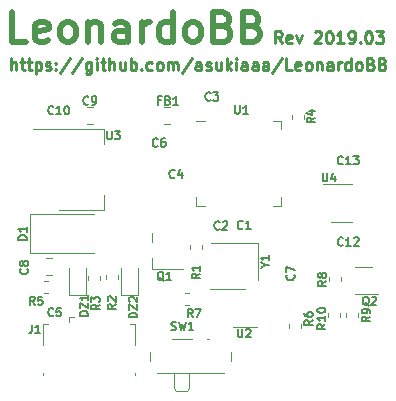
<source format=gto>
G04 #@! TF.GenerationSoftware,KiCad,Pcbnew,5.0.2-bee76a0~70~ubuntu18.04.1*
G04 #@! TF.CreationDate,2019-03-17T15:09:20+09:00*
G04 #@! TF.ProjectId,LeonardoBB,4c656f6e-6172-4646-9f42-422e6b696361,rev?*
G04 #@! TF.SameCoordinates,Original*
G04 #@! TF.FileFunction,Legend,Top*
G04 #@! TF.FilePolarity,Positive*
%FSLAX46Y46*%
G04 Gerber Fmt 4.6, Leading zero omitted, Abs format (unit mm)*
G04 Created by KiCad (PCBNEW 5.0.2-bee76a0~70~ubuntu18.04.1) date 2019年03月17日 15時09分20秒*
%MOMM*%
%LPD*%
G01*
G04 APERTURE LIST*
%ADD10C,0.250000*%
%ADD11C,0.500000*%
%ADD12C,0.120000*%
%ADD13C,0.150000*%
G04 APERTURE END LIST*
D10*
X128030676Y-100604580D02*
X128030676Y-99604580D01*
X128459247Y-100604580D02*
X128459247Y-100080771D01*
X128411628Y-99985533D01*
X128316390Y-99937914D01*
X128173533Y-99937914D01*
X128078295Y-99985533D01*
X128030676Y-100033152D01*
X128792580Y-99937914D02*
X129173533Y-99937914D01*
X128935438Y-99604580D02*
X128935438Y-100461723D01*
X128983057Y-100556961D01*
X129078295Y-100604580D01*
X129173533Y-100604580D01*
X129364009Y-99937914D02*
X129744961Y-99937914D01*
X129506866Y-99604580D02*
X129506866Y-100461723D01*
X129554485Y-100556961D01*
X129649723Y-100604580D01*
X129744961Y-100604580D01*
X130078295Y-99937914D02*
X130078295Y-100937914D01*
X130078295Y-99985533D02*
X130173533Y-99937914D01*
X130364009Y-99937914D01*
X130459247Y-99985533D01*
X130506866Y-100033152D01*
X130554485Y-100128390D01*
X130554485Y-100414104D01*
X130506866Y-100509342D01*
X130459247Y-100556961D01*
X130364009Y-100604580D01*
X130173533Y-100604580D01*
X130078295Y-100556961D01*
X130935438Y-100556961D02*
X131030676Y-100604580D01*
X131221152Y-100604580D01*
X131316390Y-100556961D01*
X131364009Y-100461723D01*
X131364009Y-100414104D01*
X131316390Y-100318866D01*
X131221152Y-100271247D01*
X131078295Y-100271247D01*
X130983057Y-100223628D01*
X130935438Y-100128390D01*
X130935438Y-100080771D01*
X130983057Y-99985533D01*
X131078295Y-99937914D01*
X131221152Y-99937914D01*
X131316390Y-99985533D01*
X131792580Y-100509342D02*
X131840200Y-100556961D01*
X131792580Y-100604580D01*
X131744961Y-100556961D01*
X131792580Y-100509342D01*
X131792580Y-100604580D01*
X131792580Y-99985533D02*
X131840200Y-100033152D01*
X131792580Y-100080771D01*
X131744961Y-100033152D01*
X131792580Y-99985533D01*
X131792580Y-100080771D01*
X132983057Y-99556961D02*
X132125914Y-100842676D01*
X134030676Y-99556961D02*
X133173533Y-100842676D01*
X134792580Y-99937914D02*
X134792580Y-100747438D01*
X134744961Y-100842676D01*
X134697342Y-100890295D01*
X134602104Y-100937914D01*
X134459247Y-100937914D01*
X134364009Y-100890295D01*
X134792580Y-100556961D02*
X134697342Y-100604580D01*
X134506866Y-100604580D01*
X134411628Y-100556961D01*
X134364009Y-100509342D01*
X134316390Y-100414104D01*
X134316390Y-100128390D01*
X134364009Y-100033152D01*
X134411628Y-99985533D01*
X134506866Y-99937914D01*
X134697342Y-99937914D01*
X134792580Y-99985533D01*
X135268771Y-100604580D02*
X135268771Y-99937914D01*
X135268771Y-99604580D02*
X135221152Y-99652200D01*
X135268771Y-99699819D01*
X135316390Y-99652200D01*
X135268771Y-99604580D01*
X135268771Y-99699819D01*
X135602104Y-99937914D02*
X135983057Y-99937914D01*
X135744961Y-99604580D02*
X135744961Y-100461723D01*
X135792580Y-100556961D01*
X135887819Y-100604580D01*
X135983057Y-100604580D01*
X136316390Y-100604580D02*
X136316390Y-99604580D01*
X136744961Y-100604580D02*
X136744961Y-100080771D01*
X136697342Y-99985533D01*
X136602104Y-99937914D01*
X136459247Y-99937914D01*
X136364009Y-99985533D01*
X136316390Y-100033152D01*
X137649723Y-99937914D02*
X137649723Y-100604580D01*
X137221152Y-99937914D02*
X137221152Y-100461723D01*
X137268771Y-100556961D01*
X137364009Y-100604580D01*
X137506866Y-100604580D01*
X137602104Y-100556961D01*
X137649723Y-100509342D01*
X138125914Y-100604580D02*
X138125914Y-99604580D01*
X138125914Y-99985533D02*
X138221152Y-99937914D01*
X138411628Y-99937914D01*
X138506866Y-99985533D01*
X138554485Y-100033152D01*
X138602104Y-100128390D01*
X138602104Y-100414104D01*
X138554485Y-100509342D01*
X138506866Y-100556961D01*
X138411628Y-100604580D01*
X138221152Y-100604580D01*
X138125914Y-100556961D01*
X139030676Y-100509342D02*
X139078295Y-100556961D01*
X139030676Y-100604580D01*
X138983057Y-100556961D01*
X139030676Y-100509342D01*
X139030676Y-100604580D01*
X139935438Y-100556961D02*
X139840200Y-100604580D01*
X139649723Y-100604580D01*
X139554485Y-100556961D01*
X139506866Y-100509342D01*
X139459247Y-100414104D01*
X139459247Y-100128390D01*
X139506866Y-100033152D01*
X139554485Y-99985533D01*
X139649723Y-99937914D01*
X139840200Y-99937914D01*
X139935438Y-99985533D01*
X140506866Y-100604580D02*
X140411628Y-100556961D01*
X140364009Y-100509342D01*
X140316390Y-100414104D01*
X140316390Y-100128390D01*
X140364009Y-100033152D01*
X140411628Y-99985533D01*
X140506866Y-99937914D01*
X140649723Y-99937914D01*
X140744961Y-99985533D01*
X140792580Y-100033152D01*
X140840200Y-100128390D01*
X140840200Y-100414104D01*
X140792580Y-100509342D01*
X140744961Y-100556961D01*
X140649723Y-100604580D01*
X140506866Y-100604580D01*
X141268771Y-100604580D02*
X141268771Y-99937914D01*
X141268771Y-100033152D02*
X141316390Y-99985533D01*
X141411628Y-99937914D01*
X141554485Y-99937914D01*
X141649723Y-99985533D01*
X141697342Y-100080771D01*
X141697342Y-100604580D01*
X141697342Y-100080771D02*
X141744961Y-99985533D01*
X141840200Y-99937914D01*
X141983057Y-99937914D01*
X142078295Y-99985533D01*
X142125914Y-100080771D01*
X142125914Y-100604580D01*
X143316390Y-99556961D02*
X142459247Y-100842676D01*
X144078295Y-100604580D02*
X144078295Y-100080771D01*
X144030676Y-99985533D01*
X143935438Y-99937914D01*
X143744961Y-99937914D01*
X143649723Y-99985533D01*
X144078295Y-100556961D02*
X143983057Y-100604580D01*
X143744961Y-100604580D01*
X143649723Y-100556961D01*
X143602104Y-100461723D01*
X143602104Y-100366485D01*
X143649723Y-100271247D01*
X143744961Y-100223628D01*
X143983057Y-100223628D01*
X144078295Y-100176009D01*
X144506866Y-100556961D02*
X144602104Y-100604580D01*
X144792580Y-100604580D01*
X144887819Y-100556961D01*
X144935438Y-100461723D01*
X144935438Y-100414104D01*
X144887819Y-100318866D01*
X144792580Y-100271247D01*
X144649723Y-100271247D01*
X144554485Y-100223628D01*
X144506866Y-100128390D01*
X144506866Y-100080771D01*
X144554485Y-99985533D01*
X144649723Y-99937914D01*
X144792580Y-99937914D01*
X144887819Y-99985533D01*
X145792580Y-99937914D02*
X145792580Y-100604580D01*
X145364009Y-99937914D02*
X145364009Y-100461723D01*
X145411628Y-100556961D01*
X145506866Y-100604580D01*
X145649723Y-100604580D01*
X145744961Y-100556961D01*
X145792580Y-100509342D01*
X146268771Y-100604580D02*
X146268771Y-99604580D01*
X146364009Y-100223628D02*
X146649723Y-100604580D01*
X146649723Y-99937914D02*
X146268771Y-100318866D01*
X147078295Y-100604580D02*
X147078295Y-99937914D01*
X147078295Y-99604580D02*
X147030676Y-99652200D01*
X147078295Y-99699819D01*
X147125914Y-99652200D01*
X147078295Y-99604580D01*
X147078295Y-99699819D01*
X147983057Y-100604580D02*
X147983057Y-100080771D01*
X147935438Y-99985533D01*
X147840200Y-99937914D01*
X147649723Y-99937914D01*
X147554485Y-99985533D01*
X147983057Y-100556961D02*
X147887819Y-100604580D01*
X147649723Y-100604580D01*
X147554485Y-100556961D01*
X147506866Y-100461723D01*
X147506866Y-100366485D01*
X147554485Y-100271247D01*
X147649723Y-100223628D01*
X147887819Y-100223628D01*
X147983057Y-100176009D01*
X148887819Y-100604580D02*
X148887819Y-100080771D01*
X148840200Y-99985533D01*
X148744961Y-99937914D01*
X148554485Y-99937914D01*
X148459247Y-99985533D01*
X148887819Y-100556961D02*
X148792580Y-100604580D01*
X148554485Y-100604580D01*
X148459247Y-100556961D01*
X148411628Y-100461723D01*
X148411628Y-100366485D01*
X148459247Y-100271247D01*
X148554485Y-100223628D01*
X148792580Y-100223628D01*
X148887819Y-100176009D01*
X149792580Y-100604580D02*
X149792580Y-100080771D01*
X149744961Y-99985533D01*
X149649723Y-99937914D01*
X149459247Y-99937914D01*
X149364009Y-99985533D01*
X149792580Y-100556961D02*
X149697342Y-100604580D01*
X149459247Y-100604580D01*
X149364009Y-100556961D01*
X149316390Y-100461723D01*
X149316390Y-100366485D01*
X149364009Y-100271247D01*
X149459247Y-100223628D01*
X149697342Y-100223628D01*
X149792580Y-100176009D01*
X150983057Y-99556961D02*
X150125914Y-100842676D01*
X151792580Y-100604580D02*
X151316390Y-100604580D01*
X151316390Y-99604580D01*
X152506866Y-100556961D02*
X152411628Y-100604580D01*
X152221152Y-100604580D01*
X152125914Y-100556961D01*
X152078295Y-100461723D01*
X152078295Y-100080771D01*
X152125914Y-99985533D01*
X152221152Y-99937914D01*
X152411628Y-99937914D01*
X152506866Y-99985533D01*
X152554485Y-100080771D01*
X152554485Y-100176009D01*
X152078295Y-100271247D01*
X153125914Y-100604580D02*
X153030676Y-100556961D01*
X152983057Y-100509342D01*
X152935438Y-100414104D01*
X152935438Y-100128390D01*
X152983057Y-100033152D01*
X153030676Y-99985533D01*
X153125914Y-99937914D01*
X153268771Y-99937914D01*
X153364009Y-99985533D01*
X153411628Y-100033152D01*
X153459247Y-100128390D01*
X153459247Y-100414104D01*
X153411628Y-100509342D01*
X153364009Y-100556961D01*
X153268771Y-100604580D01*
X153125914Y-100604580D01*
X153887819Y-99937914D02*
X153887819Y-100604580D01*
X153887819Y-100033152D02*
X153935438Y-99985533D01*
X154030676Y-99937914D01*
X154173533Y-99937914D01*
X154268771Y-99985533D01*
X154316390Y-100080771D01*
X154316390Y-100604580D01*
X155221152Y-100604580D02*
X155221152Y-100080771D01*
X155173533Y-99985533D01*
X155078295Y-99937914D01*
X154887819Y-99937914D01*
X154792580Y-99985533D01*
X155221152Y-100556961D02*
X155125914Y-100604580D01*
X154887819Y-100604580D01*
X154792580Y-100556961D01*
X154744961Y-100461723D01*
X154744961Y-100366485D01*
X154792580Y-100271247D01*
X154887819Y-100223628D01*
X155125914Y-100223628D01*
X155221152Y-100176009D01*
X155697342Y-100604580D02*
X155697342Y-99937914D01*
X155697342Y-100128390D02*
X155744961Y-100033152D01*
X155792580Y-99985533D01*
X155887819Y-99937914D01*
X155983057Y-99937914D01*
X156744961Y-100604580D02*
X156744961Y-99604580D01*
X156744961Y-100556961D02*
X156649723Y-100604580D01*
X156459247Y-100604580D01*
X156364009Y-100556961D01*
X156316390Y-100509342D01*
X156268771Y-100414104D01*
X156268771Y-100128390D01*
X156316390Y-100033152D01*
X156364009Y-99985533D01*
X156459247Y-99937914D01*
X156649723Y-99937914D01*
X156744961Y-99985533D01*
X157364009Y-100604580D02*
X157268771Y-100556961D01*
X157221152Y-100509342D01*
X157173533Y-100414104D01*
X157173533Y-100128390D01*
X157221152Y-100033152D01*
X157268771Y-99985533D01*
X157364009Y-99937914D01*
X157506866Y-99937914D01*
X157602104Y-99985533D01*
X157649723Y-100033152D01*
X157697342Y-100128390D01*
X157697342Y-100414104D01*
X157649723Y-100509342D01*
X157602104Y-100556961D01*
X157506866Y-100604580D01*
X157364009Y-100604580D01*
X158459247Y-100080771D02*
X158602104Y-100128390D01*
X158649723Y-100176009D01*
X158697342Y-100271247D01*
X158697342Y-100414104D01*
X158649723Y-100509342D01*
X158602104Y-100556961D01*
X158506866Y-100604580D01*
X158125914Y-100604580D01*
X158125914Y-99604580D01*
X158459247Y-99604580D01*
X158554485Y-99652200D01*
X158602104Y-99699819D01*
X158649723Y-99795057D01*
X158649723Y-99890295D01*
X158602104Y-99985533D01*
X158554485Y-100033152D01*
X158459247Y-100080771D01*
X158125914Y-100080771D01*
X159459247Y-100080771D02*
X159602104Y-100128390D01*
X159649723Y-100176009D01*
X159697342Y-100271247D01*
X159697342Y-100414104D01*
X159649723Y-100509342D01*
X159602104Y-100556961D01*
X159506866Y-100604580D01*
X159125914Y-100604580D01*
X159125914Y-99604580D01*
X159459247Y-99604580D01*
X159554485Y-99652200D01*
X159602104Y-99699819D01*
X159649723Y-99795057D01*
X159649723Y-99890295D01*
X159602104Y-99985533D01*
X159554485Y-100033152D01*
X159459247Y-100080771D01*
X159125914Y-100080771D01*
X150938409Y-98318580D02*
X150605076Y-97842390D01*
X150366980Y-98318580D02*
X150366980Y-97318580D01*
X150747933Y-97318580D01*
X150843171Y-97366200D01*
X150890790Y-97413819D01*
X150938409Y-97509057D01*
X150938409Y-97651914D01*
X150890790Y-97747152D01*
X150843171Y-97794771D01*
X150747933Y-97842390D01*
X150366980Y-97842390D01*
X151747933Y-98270961D02*
X151652695Y-98318580D01*
X151462219Y-98318580D01*
X151366980Y-98270961D01*
X151319361Y-98175723D01*
X151319361Y-97794771D01*
X151366980Y-97699533D01*
X151462219Y-97651914D01*
X151652695Y-97651914D01*
X151747933Y-97699533D01*
X151795552Y-97794771D01*
X151795552Y-97890009D01*
X151319361Y-97985247D01*
X152128885Y-97651914D02*
X152366980Y-98318580D01*
X152605076Y-97651914D01*
X153700314Y-97413819D02*
X153747933Y-97366200D01*
X153843171Y-97318580D01*
X154081266Y-97318580D01*
X154176504Y-97366200D01*
X154224123Y-97413819D01*
X154271742Y-97509057D01*
X154271742Y-97604295D01*
X154224123Y-97747152D01*
X153652695Y-98318580D01*
X154271742Y-98318580D01*
X154890790Y-97318580D02*
X154986028Y-97318580D01*
X155081266Y-97366200D01*
X155128885Y-97413819D01*
X155176504Y-97509057D01*
X155224123Y-97699533D01*
X155224123Y-97937628D01*
X155176504Y-98128104D01*
X155128885Y-98223342D01*
X155081266Y-98270961D01*
X154986028Y-98318580D01*
X154890790Y-98318580D01*
X154795552Y-98270961D01*
X154747933Y-98223342D01*
X154700314Y-98128104D01*
X154652695Y-97937628D01*
X154652695Y-97699533D01*
X154700314Y-97509057D01*
X154747933Y-97413819D01*
X154795552Y-97366200D01*
X154890790Y-97318580D01*
X156176504Y-98318580D02*
X155605076Y-98318580D01*
X155890790Y-98318580D02*
X155890790Y-97318580D01*
X155795552Y-97461438D01*
X155700314Y-97556676D01*
X155605076Y-97604295D01*
X156652695Y-98318580D02*
X156843171Y-98318580D01*
X156938409Y-98270961D01*
X156986028Y-98223342D01*
X157081266Y-98080485D01*
X157128885Y-97890009D01*
X157128885Y-97509057D01*
X157081266Y-97413819D01*
X157033647Y-97366200D01*
X156938409Y-97318580D01*
X156747933Y-97318580D01*
X156652695Y-97366200D01*
X156605076Y-97413819D01*
X156557457Y-97509057D01*
X156557457Y-97747152D01*
X156605076Y-97842390D01*
X156652695Y-97890009D01*
X156747933Y-97937628D01*
X156938409Y-97937628D01*
X157033647Y-97890009D01*
X157081266Y-97842390D01*
X157128885Y-97747152D01*
X157557457Y-98223342D02*
X157605076Y-98270961D01*
X157557457Y-98318580D01*
X157509838Y-98270961D01*
X157557457Y-98223342D01*
X157557457Y-98318580D01*
X158224123Y-97318580D02*
X158319361Y-97318580D01*
X158414600Y-97366200D01*
X158462219Y-97413819D01*
X158509838Y-97509057D01*
X158557457Y-97699533D01*
X158557457Y-97937628D01*
X158509838Y-98128104D01*
X158462219Y-98223342D01*
X158414600Y-98270961D01*
X158319361Y-98318580D01*
X158224123Y-98318580D01*
X158128885Y-98270961D01*
X158081266Y-98223342D01*
X158033647Y-98128104D01*
X157986028Y-97937628D01*
X157986028Y-97699533D01*
X158033647Y-97509057D01*
X158081266Y-97413819D01*
X158128885Y-97366200D01*
X158224123Y-97318580D01*
X158890790Y-97318580D02*
X159509838Y-97318580D01*
X159176504Y-97699533D01*
X159319361Y-97699533D01*
X159414600Y-97747152D01*
X159462219Y-97794771D01*
X159509838Y-97890009D01*
X159509838Y-98128104D01*
X159462219Y-98223342D01*
X159414600Y-98270961D01*
X159319361Y-98318580D01*
X159033647Y-98318580D01*
X158938409Y-98270961D01*
X158890790Y-98223342D01*
D11*
X129305409Y-98209752D02*
X128114933Y-98209752D01*
X128114933Y-95709752D01*
X131091123Y-98090704D02*
X130853028Y-98209752D01*
X130376838Y-98209752D01*
X130138742Y-98090704D01*
X130019695Y-97852609D01*
X130019695Y-96900228D01*
X130138742Y-96662133D01*
X130376838Y-96543085D01*
X130853028Y-96543085D01*
X131091123Y-96662133D01*
X131210171Y-96900228D01*
X131210171Y-97138323D01*
X130019695Y-97376419D01*
X132638742Y-98209752D02*
X132400647Y-98090704D01*
X132281600Y-97971657D01*
X132162552Y-97733561D01*
X132162552Y-97019276D01*
X132281600Y-96781180D01*
X132400647Y-96662133D01*
X132638742Y-96543085D01*
X132995885Y-96543085D01*
X133233980Y-96662133D01*
X133353028Y-96781180D01*
X133472076Y-97019276D01*
X133472076Y-97733561D01*
X133353028Y-97971657D01*
X133233980Y-98090704D01*
X132995885Y-98209752D01*
X132638742Y-98209752D01*
X134543504Y-96543085D02*
X134543504Y-98209752D01*
X134543504Y-96781180D02*
X134662552Y-96662133D01*
X134900647Y-96543085D01*
X135257790Y-96543085D01*
X135495885Y-96662133D01*
X135614933Y-96900228D01*
X135614933Y-98209752D01*
X137876838Y-98209752D02*
X137876838Y-96900228D01*
X137757790Y-96662133D01*
X137519695Y-96543085D01*
X137043504Y-96543085D01*
X136805409Y-96662133D01*
X137876838Y-98090704D02*
X137638742Y-98209752D01*
X137043504Y-98209752D01*
X136805409Y-98090704D01*
X136686361Y-97852609D01*
X136686361Y-97614514D01*
X136805409Y-97376419D01*
X137043504Y-97257371D01*
X137638742Y-97257371D01*
X137876838Y-97138323D01*
X139067314Y-98209752D02*
X139067314Y-96543085D01*
X139067314Y-97019276D02*
X139186361Y-96781180D01*
X139305409Y-96662133D01*
X139543504Y-96543085D01*
X139781600Y-96543085D01*
X141686361Y-98209752D02*
X141686361Y-95709752D01*
X141686361Y-98090704D02*
X141448266Y-98209752D01*
X140972076Y-98209752D01*
X140733980Y-98090704D01*
X140614933Y-97971657D01*
X140495885Y-97733561D01*
X140495885Y-97019276D01*
X140614933Y-96781180D01*
X140733980Y-96662133D01*
X140972076Y-96543085D01*
X141448266Y-96543085D01*
X141686361Y-96662133D01*
X143233980Y-98209752D02*
X142995885Y-98090704D01*
X142876838Y-97971657D01*
X142757790Y-97733561D01*
X142757790Y-97019276D01*
X142876838Y-96781180D01*
X142995885Y-96662133D01*
X143233980Y-96543085D01*
X143591123Y-96543085D01*
X143829219Y-96662133D01*
X143948266Y-96781180D01*
X144067314Y-97019276D01*
X144067314Y-97733561D01*
X143948266Y-97971657D01*
X143829219Y-98090704D01*
X143591123Y-98209752D01*
X143233980Y-98209752D01*
X145972076Y-96900228D02*
X146329219Y-97019276D01*
X146448266Y-97138323D01*
X146567314Y-97376419D01*
X146567314Y-97733561D01*
X146448266Y-97971657D01*
X146329219Y-98090704D01*
X146091123Y-98209752D01*
X145138742Y-98209752D01*
X145138742Y-95709752D01*
X145972076Y-95709752D01*
X146210171Y-95828800D01*
X146329219Y-95947847D01*
X146448266Y-96185942D01*
X146448266Y-96424038D01*
X146329219Y-96662133D01*
X146210171Y-96781180D01*
X145972076Y-96900228D01*
X145138742Y-96900228D01*
X148472076Y-96900228D02*
X148829219Y-97019276D01*
X148948266Y-97138323D01*
X149067314Y-97376419D01*
X149067314Y-97733561D01*
X148948266Y-97971657D01*
X148829219Y-98090704D01*
X148591123Y-98209752D01*
X147638742Y-98209752D01*
X147638742Y-95709752D01*
X148472076Y-95709752D01*
X148710171Y-95828800D01*
X148829219Y-95947847D01*
X148948266Y-96185942D01*
X148948266Y-96424038D01*
X148829219Y-96662133D01*
X148710171Y-96781180D01*
X148472076Y-96900228D01*
X147638742Y-96900228D01*
D12*
G04 #@! TO.C,C9*
X134439422Y-103748000D02*
X134956578Y-103748000D01*
X134439422Y-105168000D02*
X134956578Y-105168000D01*
G04 #@! TO.C,C8*
X130947422Y-117931000D02*
X131464578Y-117931000D01*
X130947422Y-116511000D02*
X131464578Y-116511000D01*
G04 #@! TO.C,D1*
X129632000Y-112777000D02*
X129632000Y-116077000D01*
X129632000Y-116077000D02*
X135032000Y-116077000D01*
X129632000Y-112777000D02*
X135032000Y-112777000D01*
G04 #@! TO.C,DZ1*
X132869000Y-117374000D02*
X132869000Y-119659000D01*
X132869000Y-119659000D02*
X134339000Y-119659000D01*
X134339000Y-119659000D02*
X134339000Y-117374000D01*
G04 #@! TO.C,DZ2*
X138784000Y-119621000D02*
X138784000Y-117336000D01*
X137314000Y-119621000D02*
X138784000Y-119621000D01*
X137314000Y-117336000D02*
X137314000Y-119621000D01*
G04 #@! TO.C,FB1*
X141497578Y-103748000D02*
X140980422Y-103748000D01*
X141497578Y-105168000D02*
X140980422Y-105168000D01*
G04 #@! TO.C,Q1*
X139972000Y-117426000D02*
X139972000Y-116476000D01*
X142572000Y-117426000D02*
X139972000Y-117426000D01*
X139972000Y-115176000D02*
X139972000Y-114376000D01*
G04 #@! TO.C,Q2*
X157161000Y-119588000D02*
X159061000Y-119588000D01*
X158561000Y-117268000D02*
X157161000Y-117268000D01*
G04 #@! TO.C,R1*
X144147000Y-115770779D02*
X144147000Y-115445221D01*
X143127000Y-115770779D02*
X143127000Y-115445221D01*
G04 #@! TO.C,R2*
X136078000Y-117985221D02*
X136078000Y-118310779D01*
X137098000Y-117985221D02*
X137098000Y-118310779D01*
G04 #@! TO.C,R3*
X135574000Y-118336779D02*
X135574000Y-118011221D01*
X134554000Y-118336779D02*
X134554000Y-118011221D01*
G04 #@! TO.C,R4*
X151763000Y-104772779D02*
X151763000Y-104447221D01*
X152783000Y-104772779D02*
X152783000Y-104447221D01*
G04 #@! TO.C,R5*
X130799221Y-118426000D02*
X131124779Y-118426000D01*
X130799221Y-119446000D02*
X131124779Y-119446000D01*
G04 #@! TO.C,R6*
X151509000Y-122100221D02*
X151509000Y-122425779D01*
X152529000Y-122100221D02*
X152529000Y-122425779D01*
G04 #@! TO.C,R7*
X143063079Y-120499600D02*
X142737521Y-120499600D01*
X143063079Y-119479600D02*
X142737521Y-119479600D01*
G04 #@! TO.C,R8*
X154938000Y-118488779D02*
X154938000Y-118163221D01*
X155958000Y-118488779D02*
X155958000Y-118163221D01*
G04 #@! TO.C,R9*
X156335000Y-121510779D02*
X156335000Y-121185221D01*
X157355000Y-121510779D02*
X157355000Y-121185221D01*
G04 #@! TO.C,R10*
X155831000Y-121536779D02*
X155831000Y-121211221D01*
X154811000Y-121536779D02*
X154811000Y-121211221D01*
G04 #@! TO.C,SW1*
X144592000Y-123404000D02*
X144792000Y-123404000D01*
X141792000Y-127544000D02*
X141992000Y-127754000D01*
X143092000Y-127544000D02*
X142892000Y-127754000D01*
X141792000Y-126254000D02*
X141792000Y-127544000D01*
X141992000Y-127754000D02*
X142892000Y-127754000D01*
X143092000Y-127544000D02*
X143092000Y-126254000D01*
X140342000Y-126254000D02*
X146042000Y-126254000D01*
X141592000Y-123404000D02*
X143292000Y-123404000D01*
X139742000Y-124454000D02*
X139742000Y-125244000D01*
X146642000Y-125244000D02*
X146642000Y-124454000D01*
G04 #@! TO.C,U1*
X150171000Y-104876000D02*
X150896000Y-104876000D01*
X150896000Y-104876000D02*
X150896000Y-105601000D01*
X144401000Y-112096000D02*
X143676000Y-112096000D01*
X143676000Y-112096000D02*
X143676000Y-111371000D01*
X150171000Y-112096000D02*
X150896000Y-112096000D01*
X150896000Y-112096000D02*
X150896000Y-111371000D01*
X144401000Y-104876000D02*
X143676000Y-104876000D01*
G04 #@! TO.C,U3*
X135832000Y-112440000D02*
X135832000Y-111180000D01*
X135832000Y-105620000D02*
X135832000Y-106880000D01*
X132072000Y-112440000D02*
X135832000Y-112440000D01*
X129822000Y-105620000D02*
X135832000Y-105620000D01*
G04 #@! TO.C,U4*
X155056000Y-113434000D02*
X156856000Y-113434000D01*
X156856000Y-110214000D02*
X154406000Y-110214000D01*
G04 #@! TO.C,Y1*
X148896000Y-118377000D02*
X148896000Y-115227000D01*
X148896000Y-115227000D02*
X144896000Y-115227000D01*
G04 #@! TO.C,J1*
X130720000Y-122062500D02*
X131170000Y-122062500D01*
X130720000Y-123912500D02*
X130720000Y-122062500D01*
X138520000Y-126462500D02*
X138520000Y-126212500D01*
X130720000Y-126462500D02*
X130720000Y-126212500D01*
X138520000Y-123912500D02*
X138520000Y-122062500D01*
X138520000Y-122062500D02*
X138070000Y-122062500D01*
X132920000Y-121512500D02*
X133370000Y-121512500D01*
X132920000Y-121512500D02*
X132920000Y-121962500D01*
G04 #@! TO.C,U2*
X148828000Y-122346200D02*
X146828000Y-122346200D01*
X147828000Y-119106200D02*
X144828000Y-119106200D01*
G04 #@! TO.C,C9*
D13*
X134554133Y-103475600D02*
X134520800Y-103508933D01*
X134420800Y-103542266D01*
X134354133Y-103542266D01*
X134254133Y-103508933D01*
X134187466Y-103442266D01*
X134154133Y-103375600D01*
X134120800Y-103242266D01*
X134120800Y-103142266D01*
X134154133Y-103008933D01*
X134187466Y-102942266D01*
X134254133Y-102875600D01*
X134354133Y-102842266D01*
X134420800Y-102842266D01*
X134520800Y-102875600D01*
X134554133Y-102908933D01*
X134887466Y-103542266D02*
X135020800Y-103542266D01*
X135087466Y-103508933D01*
X135120800Y-103475600D01*
X135187466Y-103375600D01*
X135220800Y-103242266D01*
X135220800Y-102975600D01*
X135187466Y-102908933D01*
X135154133Y-102875600D01*
X135087466Y-102842266D01*
X134954133Y-102842266D01*
X134887466Y-102875600D01*
X134854133Y-102908933D01*
X134820800Y-102975600D01*
X134820800Y-103142266D01*
X134854133Y-103208933D01*
X134887466Y-103242266D01*
X134954133Y-103275600D01*
X135087466Y-103275600D01*
X135154133Y-103242266D01*
X135187466Y-103208933D01*
X135220800Y-103142266D01*
G04 #@! TO.C,C1*
X147609733Y-113991200D02*
X147576400Y-114024533D01*
X147476400Y-114057866D01*
X147409733Y-114057866D01*
X147309733Y-114024533D01*
X147243066Y-113957866D01*
X147209733Y-113891200D01*
X147176400Y-113757866D01*
X147176400Y-113657866D01*
X147209733Y-113524533D01*
X147243066Y-113457866D01*
X147309733Y-113391200D01*
X147409733Y-113357866D01*
X147476400Y-113357866D01*
X147576400Y-113391200D01*
X147609733Y-113424533D01*
X148276400Y-114057866D02*
X147876400Y-114057866D01*
X148076400Y-114057866D02*
X148076400Y-113357866D01*
X148009733Y-113457866D01*
X147943066Y-113524533D01*
X147876400Y-113557866D01*
G04 #@! TO.C,C2*
X145653933Y-114042000D02*
X145620600Y-114075333D01*
X145520600Y-114108666D01*
X145453933Y-114108666D01*
X145353933Y-114075333D01*
X145287266Y-114008666D01*
X145253933Y-113942000D01*
X145220600Y-113808666D01*
X145220600Y-113708666D01*
X145253933Y-113575333D01*
X145287266Y-113508666D01*
X145353933Y-113442000D01*
X145453933Y-113408666D01*
X145520600Y-113408666D01*
X145620600Y-113442000D01*
X145653933Y-113475333D01*
X145920600Y-113475333D02*
X145953933Y-113442000D01*
X146020600Y-113408666D01*
X146187266Y-113408666D01*
X146253933Y-113442000D01*
X146287266Y-113475333D01*
X146320600Y-113542000D01*
X146320600Y-113608666D01*
X146287266Y-113708666D01*
X145887266Y-114108666D01*
X146320600Y-114108666D01*
G04 #@! TO.C,C3*
X144891933Y-103120000D02*
X144858600Y-103153333D01*
X144758600Y-103186666D01*
X144691933Y-103186666D01*
X144591933Y-103153333D01*
X144525266Y-103086666D01*
X144491933Y-103020000D01*
X144458600Y-102886666D01*
X144458600Y-102786666D01*
X144491933Y-102653333D01*
X144525266Y-102586666D01*
X144591933Y-102520000D01*
X144691933Y-102486666D01*
X144758600Y-102486666D01*
X144858600Y-102520000D01*
X144891933Y-102553333D01*
X145125266Y-102486666D02*
X145558600Y-102486666D01*
X145325266Y-102753333D01*
X145425266Y-102753333D01*
X145491933Y-102786666D01*
X145525266Y-102820000D01*
X145558600Y-102886666D01*
X145558600Y-103053333D01*
X145525266Y-103120000D01*
X145491933Y-103153333D01*
X145425266Y-103186666D01*
X145225266Y-103186666D01*
X145158600Y-103153333D01*
X145125266Y-103120000D01*
G04 #@! TO.C,C4*
X141846333Y-109673200D02*
X141813000Y-109706533D01*
X141713000Y-109739866D01*
X141646333Y-109739866D01*
X141546333Y-109706533D01*
X141479666Y-109639866D01*
X141446333Y-109573200D01*
X141413000Y-109439866D01*
X141413000Y-109339866D01*
X141446333Y-109206533D01*
X141479666Y-109139866D01*
X141546333Y-109073200D01*
X141646333Y-109039866D01*
X141713000Y-109039866D01*
X141813000Y-109073200D01*
X141846333Y-109106533D01*
X142446333Y-109273200D02*
X142446333Y-109739866D01*
X142279666Y-109006533D02*
X142113000Y-109506533D01*
X142546333Y-109506533D01*
G04 #@! TO.C,C5*
X131582333Y-121382600D02*
X131549000Y-121415933D01*
X131449000Y-121449266D01*
X131382333Y-121449266D01*
X131282333Y-121415933D01*
X131215666Y-121349266D01*
X131182333Y-121282600D01*
X131149000Y-121149266D01*
X131149000Y-121049266D01*
X131182333Y-120915933D01*
X131215666Y-120849266D01*
X131282333Y-120782600D01*
X131382333Y-120749266D01*
X131449000Y-120749266D01*
X131549000Y-120782600D01*
X131582333Y-120815933D01*
X132215666Y-120749266D02*
X131882333Y-120749266D01*
X131849000Y-121082600D01*
X131882333Y-121049266D01*
X131949000Y-121015933D01*
X132115666Y-121015933D01*
X132182333Y-121049266D01*
X132215666Y-121082600D01*
X132249000Y-121149266D01*
X132249000Y-121315933D01*
X132215666Y-121382600D01*
X132182333Y-121415933D01*
X132115666Y-121449266D01*
X131949000Y-121449266D01*
X131882333Y-121415933D01*
X131849000Y-121382600D01*
G04 #@! TO.C,C6*
X140421533Y-107031600D02*
X140388200Y-107064933D01*
X140288200Y-107098266D01*
X140221533Y-107098266D01*
X140121533Y-107064933D01*
X140054866Y-106998266D01*
X140021533Y-106931600D01*
X139988200Y-106798266D01*
X139988200Y-106698266D01*
X140021533Y-106564933D01*
X140054866Y-106498266D01*
X140121533Y-106431600D01*
X140221533Y-106398266D01*
X140288200Y-106398266D01*
X140388200Y-106431600D01*
X140421533Y-106464933D01*
X141021533Y-106398266D02*
X140888200Y-106398266D01*
X140821533Y-106431600D01*
X140788200Y-106464933D01*
X140721533Y-106564933D01*
X140688200Y-106698266D01*
X140688200Y-106964933D01*
X140721533Y-107031600D01*
X140754866Y-107064933D01*
X140821533Y-107098266D01*
X140954866Y-107098266D01*
X141021533Y-107064933D01*
X141054866Y-107031600D01*
X141088200Y-106964933D01*
X141088200Y-106798266D01*
X141054866Y-106731600D01*
X141021533Y-106698266D01*
X140954866Y-106664933D01*
X140821533Y-106664933D01*
X140754866Y-106698266D01*
X140721533Y-106731600D01*
X140688200Y-106798266D01*
G04 #@! TO.C,C7*
X151938800Y-117947266D02*
X151972133Y-117980600D01*
X152005466Y-118080600D01*
X152005466Y-118147266D01*
X151972133Y-118247266D01*
X151905466Y-118313933D01*
X151838800Y-118347266D01*
X151705466Y-118380600D01*
X151605466Y-118380600D01*
X151472133Y-118347266D01*
X151405466Y-118313933D01*
X151338800Y-118247266D01*
X151305466Y-118147266D01*
X151305466Y-118080600D01*
X151338800Y-117980600D01*
X151372133Y-117947266D01*
X151305466Y-117713933D02*
X151305466Y-117247266D01*
X152005466Y-117547266D01*
G04 #@! TO.C,C8*
X129383600Y-117439266D02*
X129416933Y-117472600D01*
X129450266Y-117572600D01*
X129450266Y-117639266D01*
X129416933Y-117739266D01*
X129350266Y-117805933D01*
X129283600Y-117839266D01*
X129150266Y-117872600D01*
X129050266Y-117872600D01*
X128916933Y-117839266D01*
X128850266Y-117805933D01*
X128783600Y-117739266D01*
X128750266Y-117639266D01*
X128750266Y-117572600D01*
X128783600Y-117472600D01*
X128816933Y-117439266D01*
X129050266Y-117039266D02*
X129016933Y-117105933D01*
X128983600Y-117139266D01*
X128916933Y-117172600D01*
X128883600Y-117172600D01*
X128816933Y-117139266D01*
X128783600Y-117105933D01*
X128750266Y-117039266D01*
X128750266Y-116905933D01*
X128783600Y-116839266D01*
X128816933Y-116805933D01*
X128883600Y-116772600D01*
X128916933Y-116772600D01*
X128983600Y-116805933D01*
X129016933Y-116839266D01*
X129050266Y-116905933D01*
X129050266Y-117039266D01*
X129083600Y-117105933D01*
X129116933Y-117139266D01*
X129183600Y-117172600D01*
X129316933Y-117172600D01*
X129383600Y-117139266D01*
X129416933Y-117105933D01*
X129450266Y-117039266D01*
X129450266Y-116905933D01*
X129416933Y-116839266D01*
X129383600Y-116805933D01*
X129316933Y-116772600D01*
X129183600Y-116772600D01*
X129116933Y-116805933D01*
X129083600Y-116839266D01*
X129050266Y-116905933D01*
G04 #@! TO.C,C10*
X131579200Y-104288400D02*
X131545866Y-104321733D01*
X131445866Y-104355066D01*
X131379200Y-104355066D01*
X131279200Y-104321733D01*
X131212533Y-104255066D01*
X131179200Y-104188400D01*
X131145866Y-104055066D01*
X131145866Y-103955066D01*
X131179200Y-103821733D01*
X131212533Y-103755066D01*
X131279200Y-103688400D01*
X131379200Y-103655066D01*
X131445866Y-103655066D01*
X131545866Y-103688400D01*
X131579200Y-103721733D01*
X132245866Y-104355066D02*
X131845866Y-104355066D01*
X132045866Y-104355066D02*
X132045866Y-103655066D01*
X131979200Y-103755066D01*
X131912533Y-103821733D01*
X131845866Y-103855066D01*
X132679200Y-103655066D02*
X132745866Y-103655066D01*
X132812533Y-103688400D01*
X132845866Y-103721733D01*
X132879200Y-103788400D01*
X132912533Y-103921733D01*
X132912533Y-104088400D01*
X132879200Y-104221733D01*
X132845866Y-104288400D01*
X132812533Y-104321733D01*
X132745866Y-104355066D01*
X132679200Y-104355066D01*
X132612533Y-104321733D01*
X132579200Y-104288400D01*
X132545866Y-104221733D01*
X132512533Y-104088400D01*
X132512533Y-103921733D01*
X132545866Y-103788400D01*
X132579200Y-103721733D01*
X132612533Y-103688400D01*
X132679200Y-103655066D01*
G04 #@! TO.C,C12*
X156100000Y-115413600D02*
X156066666Y-115446933D01*
X155966666Y-115480266D01*
X155900000Y-115480266D01*
X155800000Y-115446933D01*
X155733333Y-115380266D01*
X155700000Y-115313600D01*
X155666666Y-115180266D01*
X155666666Y-115080266D01*
X155700000Y-114946933D01*
X155733333Y-114880266D01*
X155800000Y-114813600D01*
X155900000Y-114780266D01*
X155966666Y-114780266D01*
X156066666Y-114813600D01*
X156100000Y-114846933D01*
X156766666Y-115480266D02*
X156366666Y-115480266D01*
X156566666Y-115480266D02*
X156566666Y-114780266D01*
X156500000Y-114880266D01*
X156433333Y-114946933D01*
X156366666Y-114980266D01*
X157033333Y-114846933D02*
X157066666Y-114813600D01*
X157133333Y-114780266D01*
X157300000Y-114780266D01*
X157366666Y-114813600D01*
X157400000Y-114846933D01*
X157433333Y-114913600D01*
X157433333Y-114980266D01*
X157400000Y-115080266D01*
X157000000Y-115480266D01*
X157433333Y-115480266D01*
G04 #@! TO.C,C13*
X156090200Y-108530200D02*
X156056866Y-108563533D01*
X155956866Y-108596866D01*
X155890200Y-108596866D01*
X155790200Y-108563533D01*
X155723533Y-108496866D01*
X155690200Y-108430200D01*
X155656866Y-108296866D01*
X155656866Y-108196866D01*
X155690200Y-108063533D01*
X155723533Y-107996866D01*
X155790200Y-107930200D01*
X155890200Y-107896866D01*
X155956866Y-107896866D01*
X156056866Y-107930200D01*
X156090200Y-107963533D01*
X156756866Y-108596866D02*
X156356866Y-108596866D01*
X156556866Y-108596866D02*
X156556866Y-107896866D01*
X156490200Y-107996866D01*
X156423533Y-108063533D01*
X156356866Y-108096866D01*
X156990200Y-107896866D02*
X157423533Y-107896866D01*
X157190200Y-108163533D01*
X157290200Y-108163533D01*
X157356866Y-108196866D01*
X157390200Y-108230200D01*
X157423533Y-108296866D01*
X157423533Y-108463533D01*
X157390200Y-108530200D01*
X157356866Y-108563533D01*
X157290200Y-108596866D01*
X157090200Y-108596866D01*
X157023533Y-108563533D01*
X156990200Y-108530200D01*
G04 #@! TO.C,D1*
X129323266Y-114969066D02*
X128623266Y-114969066D01*
X128623266Y-114802400D01*
X128656600Y-114702400D01*
X128723266Y-114635733D01*
X128789933Y-114602400D01*
X128923266Y-114569066D01*
X129023266Y-114569066D01*
X129156600Y-114602400D01*
X129223266Y-114635733D01*
X129289933Y-114702400D01*
X129323266Y-114802400D01*
X129323266Y-114969066D01*
X129323266Y-113902400D02*
X129323266Y-114302400D01*
X129323266Y-114102400D02*
X128623266Y-114102400D01*
X128723266Y-114169066D01*
X128789933Y-114235733D01*
X128823266Y-114302400D01*
G04 #@! TO.C,DZ1*
X134504866Y-121398400D02*
X133804866Y-121398400D01*
X133804866Y-121231733D01*
X133838200Y-121131733D01*
X133904866Y-121065066D01*
X133971533Y-121031733D01*
X134104866Y-120998400D01*
X134204866Y-120998400D01*
X134338200Y-121031733D01*
X134404866Y-121065066D01*
X134471533Y-121131733D01*
X134504866Y-121231733D01*
X134504866Y-121398400D01*
X133804866Y-120765066D02*
X133804866Y-120298400D01*
X134504866Y-120765066D01*
X134504866Y-120298400D01*
X134504866Y-119665066D02*
X134504866Y-120065066D01*
X134504866Y-119865066D02*
X133804866Y-119865066D01*
X133904866Y-119931733D01*
X133971533Y-119998400D01*
X134004866Y-120065066D01*
G04 #@! TO.C,DZ2*
X138695866Y-121550800D02*
X137995866Y-121550800D01*
X137995866Y-121384133D01*
X138029200Y-121284133D01*
X138095866Y-121217466D01*
X138162533Y-121184133D01*
X138295866Y-121150800D01*
X138395866Y-121150800D01*
X138529200Y-121184133D01*
X138595866Y-121217466D01*
X138662533Y-121284133D01*
X138695866Y-121384133D01*
X138695866Y-121550800D01*
X137995866Y-120917466D02*
X137995866Y-120450800D01*
X138695866Y-120917466D01*
X138695866Y-120450800D01*
X138062533Y-120217466D02*
X138029200Y-120184133D01*
X137995866Y-120117466D01*
X137995866Y-119950800D01*
X138029200Y-119884133D01*
X138062533Y-119850800D01*
X138129200Y-119817466D01*
X138195866Y-119817466D01*
X138295866Y-119850800D01*
X138695866Y-120250800D01*
X138695866Y-119817466D01*
G04 #@! TO.C,FB1*
X140691466Y-103175600D02*
X140458133Y-103175600D01*
X140458133Y-103542266D02*
X140458133Y-102842266D01*
X140791466Y-102842266D01*
X141291466Y-103175600D02*
X141391466Y-103208933D01*
X141424800Y-103242266D01*
X141458133Y-103308933D01*
X141458133Y-103408933D01*
X141424800Y-103475600D01*
X141391466Y-103508933D01*
X141324800Y-103542266D01*
X141058133Y-103542266D01*
X141058133Y-102842266D01*
X141291466Y-102842266D01*
X141358133Y-102875600D01*
X141391466Y-102908933D01*
X141424800Y-102975600D01*
X141424800Y-103042266D01*
X141391466Y-103108933D01*
X141358133Y-103142266D01*
X141291466Y-103175600D01*
X141058133Y-103175600D01*
X142124800Y-103542266D02*
X141724800Y-103542266D01*
X141924800Y-103542266D02*
X141924800Y-102842266D01*
X141858133Y-102942266D01*
X141791466Y-103008933D01*
X141724800Y-103042266D01*
G04 #@! TO.C,Q1*
X140928733Y-118442533D02*
X140862066Y-118409200D01*
X140795400Y-118342533D01*
X140695400Y-118242533D01*
X140628733Y-118209200D01*
X140562066Y-118209200D01*
X140595400Y-118375866D02*
X140528733Y-118342533D01*
X140462066Y-118275866D01*
X140428733Y-118142533D01*
X140428733Y-117909200D01*
X140462066Y-117775866D01*
X140528733Y-117709200D01*
X140595400Y-117675866D01*
X140728733Y-117675866D01*
X140795400Y-117709200D01*
X140862066Y-117775866D01*
X140895400Y-117909200D01*
X140895400Y-118142533D01*
X140862066Y-118275866D01*
X140795400Y-118342533D01*
X140728733Y-118375866D01*
X140595400Y-118375866D01*
X141562066Y-118375866D02*
X141162066Y-118375866D01*
X141362066Y-118375866D02*
X141362066Y-117675866D01*
X141295400Y-117775866D01*
X141228733Y-117842533D01*
X141162066Y-117875866D01*
G04 #@! TO.C,Q2*
X158302333Y-120550733D02*
X158235666Y-120517400D01*
X158169000Y-120450733D01*
X158069000Y-120350733D01*
X158002333Y-120317400D01*
X157935666Y-120317400D01*
X157969000Y-120484066D02*
X157902333Y-120450733D01*
X157835666Y-120384066D01*
X157802333Y-120250733D01*
X157802333Y-120017400D01*
X157835666Y-119884066D01*
X157902333Y-119817400D01*
X157969000Y-119784066D01*
X158102333Y-119784066D01*
X158169000Y-119817400D01*
X158235666Y-119884066D01*
X158269000Y-120017400D01*
X158269000Y-120250733D01*
X158235666Y-120384066D01*
X158169000Y-120450733D01*
X158102333Y-120484066D01*
X157969000Y-120484066D01*
X158535666Y-119850733D02*
X158569000Y-119817400D01*
X158635666Y-119784066D01*
X158802333Y-119784066D01*
X158869000Y-119817400D01*
X158902333Y-119850733D01*
X158935666Y-119917400D01*
X158935666Y-119984066D01*
X158902333Y-120084066D01*
X158502333Y-120484066D01*
X158935666Y-120484066D01*
G04 #@! TO.C,R1*
X143979066Y-117845666D02*
X143645733Y-118079000D01*
X143979066Y-118245666D02*
X143279066Y-118245666D01*
X143279066Y-117979000D01*
X143312400Y-117912333D01*
X143345733Y-117879000D01*
X143412400Y-117845666D01*
X143512400Y-117845666D01*
X143579066Y-117879000D01*
X143612400Y-117912333D01*
X143645733Y-117979000D01*
X143645733Y-118245666D01*
X143979066Y-117179000D02*
X143979066Y-117579000D01*
X143979066Y-117379000D02*
X143279066Y-117379000D01*
X143379066Y-117445666D01*
X143445733Y-117512333D01*
X143479066Y-117579000D01*
G04 #@! TO.C,R2*
X136867066Y-120436466D02*
X136533733Y-120669800D01*
X136867066Y-120836466D02*
X136167066Y-120836466D01*
X136167066Y-120569800D01*
X136200400Y-120503133D01*
X136233733Y-120469800D01*
X136300400Y-120436466D01*
X136400400Y-120436466D01*
X136467066Y-120469800D01*
X136500400Y-120503133D01*
X136533733Y-120569800D01*
X136533733Y-120836466D01*
X136233733Y-120169800D02*
X136200400Y-120136466D01*
X136167066Y-120069800D01*
X136167066Y-119903133D01*
X136200400Y-119836466D01*
X136233733Y-119803133D01*
X136300400Y-119769800D01*
X136367066Y-119769800D01*
X136467066Y-119803133D01*
X136867066Y-120203133D01*
X136867066Y-119769800D01*
G04 #@! TO.C,R3*
X135495466Y-120461866D02*
X135162133Y-120695200D01*
X135495466Y-120861866D02*
X134795466Y-120861866D01*
X134795466Y-120595200D01*
X134828800Y-120528533D01*
X134862133Y-120495200D01*
X134928800Y-120461866D01*
X135028800Y-120461866D01*
X135095466Y-120495200D01*
X135128800Y-120528533D01*
X135162133Y-120595200D01*
X135162133Y-120861866D01*
X134795466Y-120228533D02*
X134795466Y-119795200D01*
X135062133Y-120028533D01*
X135062133Y-119928533D01*
X135095466Y-119861866D01*
X135128800Y-119828533D01*
X135195466Y-119795200D01*
X135362133Y-119795200D01*
X135428800Y-119828533D01*
X135462133Y-119861866D01*
X135495466Y-119928533D01*
X135495466Y-120128533D01*
X135462133Y-120195200D01*
X135428800Y-120228533D01*
G04 #@! TO.C,R4*
X153732666Y-104637666D02*
X153399333Y-104871000D01*
X153732666Y-105037666D02*
X153032666Y-105037666D01*
X153032666Y-104771000D01*
X153066000Y-104704333D01*
X153099333Y-104671000D01*
X153166000Y-104637666D01*
X153266000Y-104637666D01*
X153332666Y-104671000D01*
X153366000Y-104704333D01*
X153399333Y-104771000D01*
X153399333Y-105037666D01*
X153266000Y-104037666D02*
X153732666Y-104037666D01*
X152999333Y-104204333D02*
X153499333Y-104371000D01*
X153499333Y-103937666D01*
G04 #@! TO.C,R5*
X130007533Y-120484066D02*
X129774200Y-120150733D01*
X129607533Y-120484066D02*
X129607533Y-119784066D01*
X129874200Y-119784066D01*
X129940866Y-119817400D01*
X129974200Y-119850733D01*
X130007533Y-119917400D01*
X130007533Y-120017400D01*
X129974200Y-120084066D01*
X129940866Y-120117400D01*
X129874200Y-120150733D01*
X129607533Y-120150733D01*
X130640866Y-119784066D02*
X130307533Y-119784066D01*
X130274200Y-120117400D01*
X130307533Y-120084066D01*
X130374200Y-120050733D01*
X130540866Y-120050733D01*
X130607533Y-120084066D01*
X130640866Y-120117400D01*
X130674200Y-120184066D01*
X130674200Y-120350733D01*
X130640866Y-120417400D01*
X130607533Y-120450733D01*
X130540866Y-120484066D01*
X130374200Y-120484066D01*
X130307533Y-120450733D01*
X130274200Y-120417400D01*
G04 #@! TO.C,R6*
X153529466Y-121757266D02*
X153196133Y-121990600D01*
X153529466Y-122157266D02*
X152829466Y-122157266D01*
X152829466Y-121890600D01*
X152862800Y-121823933D01*
X152896133Y-121790600D01*
X152962800Y-121757266D01*
X153062800Y-121757266D01*
X153129466Y-121790600D01*
X153162800Y-121823933D01*
X153196133Y-121890600D01*
X153196133Y-122157266D01*
X152829466Y-121157266D02*
X152829466Y-121290600D01*
X152862800Y-121357266D01*
X152896133Y-121390600D01*
X152996133Y-121457266D01*
X153129466Y-121490600D01*
X153396133Y-121490600D01*
X153462800Y-121457266D01*
X153496133Y-121423933D01*
X153529466Y-121357266D01*
X153529466Y-121223933D01*
X153496133Y-121157266D01*
X153462800Y-121123933D01*
X153396133Y-121090600D01*
X153229466Y-121090600D01*
X153162800Y-121123933D01*
X153129466Y-121157266D01*
X153096133Y-121223933D01*
X153096133Y-121357266D01*
X153129466Y-121423933D01*
X153162800Y-121457266D01*
X153229466Y-121490600D01*
G04 #@! TO.C,R7*
X143367933Y-121525466D02*
X143134600Y-121192133D01*
X142967933Y-121525466D02*
X142967933Y-120825466D01*
X143234600Y-120825466D01*
X143301266Y-120858800D01*
X143334600Y-120892133D01*
X143367933Y-120958800D01*
X143367933Y-121058800D01*
X143334600Y-121125466D01*
X143301266Y-121158800D01*
X143234600Y-121192133D01*
X142967933Y-121192133D01*
X143601266Y-120825466D02*
X144067933Y-120825466D01*
X143767933Y-121525466D01*
G04 #@! TO.C,R8*
X154697866Y-118455266D02*
X154364533Y-118688600D01*
X154697866Y-118855266D02*
X153997866Y-118855266D01*
X153997866Y-118588600D01*
X154031200Y-118521933D01*
X154064533Y-118488600D01*
X154131200Y-118455266D01*
X154231200Y-118455266D01*
X154297866Y-118488600D01*
X154331200Y-118521933D01*
X154364533Y-118588600D01*
X154364533Y-118855266D01*
X154297866Y-118055266D02*
X154264533Y-118121933D01*
X154231200Y-118155266D01*
X154164533Y-118188600D01*
X154131200Y-118188600D01*
X154064533Y-118155266D01*
X154031200Y-118121933D01*
X153997866Y-118055266D01*
X153997866Y-117921933D01*
X154031200Y-117855266D01*
X154064533Y-117821933D01*
X154131200Y-117788600D01*
X154164533Y-117788600D01*
X154231200Y-117821933D01*
X154264533Y-117855266D01*
X154297866Y-117921933D01*
X154297866Y-118055266D01*
X154331200Y-118121933D01*
X154364533Y-118155266D01*
X154431200Y-118188600D01*
X154564533Y-118188600D01*
X154631200Y-118155266D01*
X154664533Y-118121933D01*
X154697866Y-118055266D01*
X154697866Y-117921933D01*
X154664533Y-117855266D01*
X154631200Y-117821933D01*
X154564533Y-117788600D01*
X154431200Y-117788600D01*
X154364533Y-117821933D01*
X154331200Y-117855266D01*
X154297866Y-117921933D01*
G04 #@! TO.C,R9*
X158406266Y-121477866D02*
X158072933Y-121711200D01*
X158406266Y-121877866D02*
X157706266Y-121877866D01*
X157706266Y-121611200D01*
X157739600Y-121544533D01*
X157772933Y-121511200D01*
X157839600Y-121477866D01*
X157939600Y-121477866D01*
X158006266Y-121511200D01*
X158039600Y-121544533D01*
X158072933Y-121611200D01*
X158072933Y-121877866D01*
X158406266Y-121144533D02*
X158406266Y-121011200D01*
X158372933Y-120944533D01*
X158339600Y-120911200D01*
X158239600Y-120844533D01*
X158106266Y-120811200D01*
X157839600Y-120811200D01*
X157772933Y-120844533D01*
X157739600Y-120877866D01*
X157706266Y-120944533D01*
X157706266Y-121077866D01*
X157739600Y-121144533D01*
X157772933Y-121177866D01*
X157839600Y-121211200D01*
X158006266Y-121211200D01*
X158072933Y-121177866D01*
X158106266Y-121144533D01*
X158139600Y-121077866D01*
X158139600Y-120944533D01*
X158106266Y-120877866D01*
X158072933Y-120844533D01*
X158006266Y-120811200D01*
G04 #@! TO.C,R10*
X154621666Y-122090600D02*
X154288333Y-122323933D01*
X154621666Y-122490600D02*
X153921666Y-122490600D01*
X153921666Y-122223933D01*
X153955000Y-122157266D01*
X153988333Y-122123933D01*
X154055000Y-122090600D01*
X154155000Y-122090600D01*
X154221666Y-122123933D01*
X154255000Y-122157266D01*
X154288333Y-122223933D01*
X154288333Y-122490600D01*
X154621666Y-121423933D02*
X154621666Y-121823933D01*
X154621666Y-121623933D02*
X153921666Y-121623933D01*
X154021666Y-121690600D01*
X154088333Y-121757266D01*
X154121666Y-121823933D01*
X153921666Y-120990600D02*
X153921666Y-120923933D01*
X153955000Y-120857266D01*
X153988333Y-120823933D01*
X154055000Y-120790600D01*
X154188333Y-120757266D01*
X154355000Y-120757266D01*
X154488333Y-120790600D01*
X154555000Y-120823933D01*
X154588333Y-120857266D01*
X154621666Y-120923933D01*
X154621666Y-120990600D01*
X154588333Y-121057266D01*
X154555000Y-121090600D01*
X154488333Y-121123933D01*
X154355000Y-121157266D01*
X154188333Y-121157266D01*
X154055000Y-121123933D01*
X153988333Y-121090600D01*
X153955000Y-121057266D01*
X153921666Y-120990600D01*
G04 #@! TO.C,SW1*
X141560666Y-122584333D02*
X141660666Y-122617666D01*
X141827333Y-122617666D01*
X141894000Y-122584333D01*
X141927333Y-122551000D01*
X141960666Y-122484333D01*
X141960666Y-122417666D01*
X141927333Y-122351000D01*
X141894000Y-122317666D01*
X141827333Y-122284333D01*
X141694000Y-122251000D01*
X141627333Y-122217666D01*
X141594000Y-122184333D01*
X141560666Y-122117666D01*
X141560666Y-122051000D01*
X141594000Y-121984333D01*
X141627333Y-121951000D01*
X141694000Y-121917666D01*
X141860666Y-121917666D01*
X141960666Y-121951000D01*
X142194000Y-121917666D02*
X142360666Y-122617666D01*
X142494000Y-122117666D01*
X142627333Y-122617666D01*
X142794000Y-121917666D01*
X143427333Y-122617666D02*
X143027333Y-122617666D01*
X143227333Y-122617666D02*
X143227333Y-121917666D01*
X143160666Y-122017666D01*
X143094000Y-122084333D01*
X143027333Y-122117666D01*
G04 #@! TO.C,U1*
X146964466Y-103604266D02*
X146964466Y-104170933D01*
X146997800Y-104237600D01*
X147031133Y-104270933D01*
X147097800Y-104304266D01*
X147231133Y-104304266D01*
X147297800Y-104270933D01*
X147331133Y-104237600D01*
X147364466Y-104170933D01*
X147364466Y-103604266D01*
X148064466Y-104304266D02*
X147664466Y-104304266D01*
X147864466Y-104304266D02*
X147864466Y-103604266D01*
X147797800Y-103704266D01*
X147731133Y-103770933D01*
X147664466Y-103804266D01*
G04 #@! TO.C,U3*
X136118666Y-105763266D02*
X136118666Y-106329933D01*
X136152000Y-106396600D01*
X136185333Y-106429933D01*
X136252000Y-106463266D01*
X136385333Y-106463266D01*
X136452000Y-106429933D01*
X136485333Y-106396600D01*
X136518666Y-106329933D01*
X136518666Y-105763266D01*
X136785333Y-105763266D02*
X137218666Y-105763266D01*
X136985333Y-106029933D01*
X137085333Y-106029933D01*
X137152000Y-106063266D01*
X137185333Y-106096600D01*
X137218666Y-106163266D01*
X137218666Y-106329933D01*
X137185333Y-106396600D01*
X137152000Y-106429933D01*
X137085333Y-106463266D01*
X136885333Y-106463266D01*
X136818666Y-106429933D01*
X136785333Y-106396600D01*
G04 #@! TO.C,U4*
X154381266Y-109319266D02*
X154381266Y-109885933D01*
X154414600Y-109952600D01*
X154447933Y-109985933D01*
X154514600Y-110019266D01*
X154647933Y-110019266D01*
X154714600Y-109985933D01*
X154747933Y-109952600D01*
X154781266Y-109885933D01*
X154781266Y-109319266D01*
X155414600Y-109552600D02*
X155414600Y-110019266D01*
X155247933Y-109285933D02*
X155081266Y-109785933D01*
X155514600Y-109785933D01*
G04 #@! TO.C,Y1*
X149487733Y-117122533D02*
X149821066Y-117122533D01*
X149121066Y-117355866D02*
X149487733Y-117122533D01*
X149121066Y-116889200D01*
X149821066Y-116289200D02*
X149821066Y-116689200D01*
X149821066Y-116489200D02*
X149121066Y-116489200D01*
X149221066Y-116555866D01*
X149287733Y-116622533D01*
X149321066Y-116689200D01*
G04 #@! TO.C,J1*
X129763866Y-122171666D02*
X129763866Y-122671666D01*
X129730533Y-122771666D01*
X129663866Y-122838333D01*
X129563866Y-122871666D01*
X129497200Y-122871666D01*
X130463866Y-122871666D02*
X130063866Y-122871666D01*
X130263866Y-122871666D02*
X130263866Y-122171666D01*
X130197200Y-122271666D01*
X130130533Y-122338333D01*
X130063866Y-122371666D01*
G04 #@! TO.C,U2*
X147193066Y-122527266D02*
X147193066Y-123093933D01*
X147226400Y-123160600D01*
X147259733Y-123193933D01*
X147326400Y-123227266D01*
X147459733Y-123227266D01*
X147526400Y-123193933D01*
X147559733Y-123160600D01*
X147593066Y-123093933D01*
X147593066Y-122527266D01*
X147893066Y-122593933D02*
X147926400Y-122560600D01*
X147993066Y-122527266D01*
X148159733Y-122527266D01*
X148226400Y-122560600D01*
X148259733Y-122593933D01*
X148293066Y-122660600D01*
X148293066Y-122727266D01*
X148259733Y-122827266D01*
X147859733Y-123227266D01*
X148293066Y-123227266D01*
G04 #@! TD*
M02*

</source>
